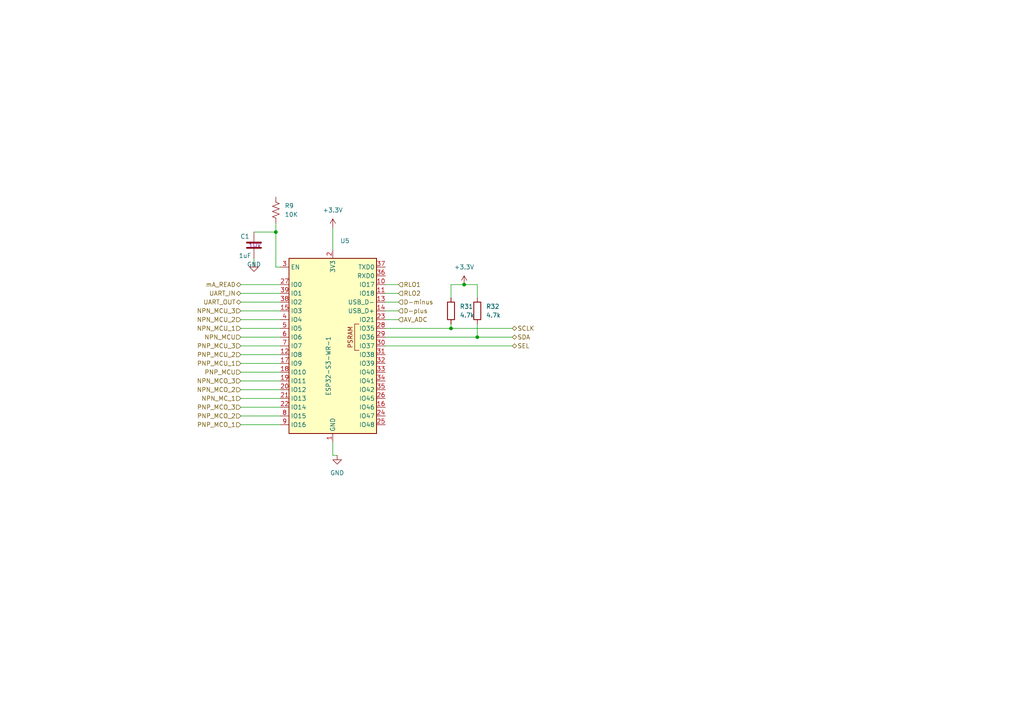
<source format=kicad_sch>
(kicad_sch
	(version 20250114)
	(generator "eeschema")
	(generator_version "9.0")
	(uuid "9f503d22-144e-4193-ab40-813cdce03861")
	(paper "A4")
	(lib_symbols
		(symbol "Device:R"
			(pin_numbers
				(hide yes)
			)
			(pin_names
				(offset 0)
			)
			(exclude_from_sim no)
			(in_bom yes)
			(on_board yes)
			(property "Reference" "R"
				(at 2.032 0 90)
				(effects
					(font
						(size 1.27 1.27)
					)
				)
			)
			(property "Value" "R"
				(at 0 0 90)
				(effects
					(font
						(size 1.27 1.27)
					)
				)
			)
			(property "Footprint" ""
				(at -1.778 0 90)
				(effects
					(font
						(size 1.27 1.27)
					)
					(hide yes)
				)
			)
			(property "Datasheet" "~"
				(at 0 0 0)
				(effects
					(font
						(size 1.27 1.27)
					)
					(hide yes)
				)
			)
			(property "Description" "Resistor"
				(at 0 0 0)
				(effects
					(font
						(size 1.27 1.27)
					)
					(hide yes)
				)
			)
			(property "ki_keywords" "R res resistor"
				(at 0 0 0)
				(effects
					(font
						(size 1.27 1.27)
					)
					(hide yes)
				)
			)
			(property "ki_fp_filters" "R_*"
				(at 0 0 0)
				(effects
					(font
						(size 1.27 1.27)
					)
					(hide yes)
				)
			)
			(symbol "R_0_1"
				(rectangle
					(start -1.016 -2.54)
					(end 1.016 2.54)
					(stroke
						(width 0.254)
						(type default)
					)
					(fill
						(type none)
					)
				)
			)
			(symbol "R_1_1"
				(pin passive line
					(at 0 3.81 270)
					(length 1.27)
					(name "~"
						(effects
							(font
								(size 1.27 1.27)
							)
						)
					)
					(number "1"
						(effects
							(font
								(size 1.27 1.27)
							)
						)
					)
				)
				(pin passive line
					(at 0 -3.81 90)
					(length 1.27)
					(name "~"
						(effects
							(font
								(size 1.27 1.27)
							)
						)
					)
					(number "2"
						(effects
							(font
								(size 1.27 1.27)
							)
						)
					)
				)
			)
			(embedded_fonts no)
		)
		(symbol "Device:R_US"
			(pin_numbers
				(hide yes)
			)
			(pin_names
				(offset 0)
			)
			(exclude_from_sim no)
			(in_bom yes)
			(on_board yes)
			(property "Reference" "R"
				(at 2.54 0 90)
				(effects
					(font
						(size 1.27 1.27)
					)
				)
			)
			(property "Value" "R_US"
				(at -2.54 0 90)
				(effects
					(font
						(size 1.27 1.27)
					)
				)
			)
			(property "Footprint" ""
				(at 1.016 -0.254 90)
				(effects
					(font
						(size 1.27 1.27)
					)
					(hide yes)
				)
			)
			(property "Datasheet" "~"
				(at 0 0 0)
				(effects
					(font
						(size 1.27 1.27)
					)
					(hide yes)
				)
			)
			(property "Description" "Resistor, US symbol"
				(at 0 0 0)
				(effects
					(font
						(size 1.27 1.27)
					)
					(hide yes)
				)
			)
			(property "ki_keywords" "R res resistor"
				(at 0 0 0)
				(effects
					(font
						(size 1.27 1.27)
					)
					(hide yes)
				)
			)
			(property "ki_fp_filters" "R_*"
				(at 0 0 0)
				(effects
					(font
						(size 1.27 1.27)
					)
					(hide yes)
				)
			)
			(symbol "R_US_0_1"
				(polyline
					(pts
						(xy 0 2.286) (xy 0 2.54)
					)
					(stroke
						(width 0)
						(type default)
					)
					(fill
						(type none)
					)
				)
				(polyline
					(pts
						(xy 0 2.286) (xy 1.016 1.905) (xy 0 1.524) (xy -1.016 1.143) (xy 0 0.762)
					)
					(stroke
						(width 0)
						(type default)
					)
					(fill
						(type none)
					)
				)
				(polyline
					(pts
						(xy 0 0.762) (xy 1.016 0.381) (xy 0 0) (xy -1.016 -0.381) (xy 0 -0.762)
					)
					(stroke
						(width 0)
						(type default)
					)
					(fill
						(type none)
					)
				)
				(polyline
					(pts
						(xy 0 -0.762) (xy 1.016 -1.143) (xy 0 -1.524) (xy -1.016 -1.905) (xy 0 -2.286)
					)
					(stroke
						(width 0)
						(type default)
					)
					(fill
						(type none)
					)
				)
				(polyline
					(pts
						(xy 0 -2.286) (xy 0 -2.54)
					)
					(stroke
						(width 0)
						(type default)
					)
					(fill
						(type none)
					)
				)
			)
			(symbol "R_US_1_1"
				(pin passive line
					(at 0 3.81 270)
					(length 1.27)
					(name "~"
						(effects
							(font
								(size 1.27 1.27)
							)
						)
					)
					(number "1"
						(effects
							(font
								(size 1.27 1.27)
							)
						)
					)
				)
				(pin passive line
					(at 0 -3.81 90)
					(length 1.27)
					(name "~"
						(effects
							(font
								(size 1.27 1.27)
							)
						)
					)
					(number "2"
						(effects
							(font
								(size 1.27 1.27)
							)
						)
					)
				)
			)
			(embedded_fonts no)
		)
		(symbol "PCM_Capacitor_AKL:C_0603"
			(pin_numbers
				(hide yes)
			)
			(pin_names
				(offset 0.254)
			)
			(exclude_from_sim no)
			(in_bom yes)
			(on_board yes)
			(property "Reference" "C"
				(at 0.635 2.54 0)
				(effects
					(font
						(size 1.27 1.27)
					)
					(justify left)
				)
			)
			(property "Value" "C_0603"
				(at 0.635 -2.54 0)
				(effects
					(font
						(size 1.27 1.27)
					)
					(justify left)
				)
			)
			(property "Footprint" "PCM_Capacitor_SMD_AKL:C_0603_1608Metric"
				(at 0.9652 -3.81 0)
				(effects
					(font
						(size 1.27 1.27)
					)
					(hide yes)
				)
			)
			(property "Datasheet" "~"
				(at 0 0 0)
				(effects
					(font
						(size 1.27 1.27)
					)
					(hide yes)
				)
			)
			(property "Description" "SMD 0603 MLCC capacitor, Alternate KiCad Library"
				(at 0 0 0)
				(effects
					(font
						(size 1.27 1.27)
					)
					(hide yes)
				)
			)
			(property "ki_keywords" "cap capacitor ceramic chip mlcc smd 0603"
				(at 0 0 0)
				(effects
					(font
						(size 1.27 1.27)
					)
					(hide yes)
				)
			)
			(property "ki_fp_filters" "C_*"
				(at 0 0 0)
				(effects
					(font
						(size 1.27 1.27)
					)
					(hide yes)
				)
			)
			(symbol "C_0603_0_1"
				(polyline
					(pts
						(xy -2.032 0.762) (xy 2.032 0.762)
					)
					(stroke
						(width 0.508)
						(type default)
					)
					(fill
						(type none)
					)
				)
				(polyline
					(pts
						(xy -2.032 -0.762) (xy 2.032 -0.762)
					)
					(stroke
						(width 0.508)
						(type default)
					)
					(fill
						(type none)
					)
				)
			)
			(symbol "C_0603_0_2"
				(polyline
					(pts
						(xy -2.54 -2.54) (xy -0.381 -0.381)
					)
					(stroke
						(width 0)
						(type default)
					)
					(fill
						(type none)
					)
				)
				(polyline
					(pts
						(xy -0.508 -0.508) (xy -1.651 0.635)
					)
					(stroke
						(width 0.508)
						(type default)
					)
					(fill
						(type none)
					)
				)
				(polyline
					(pts
						(xy -0.508 -0.508) (xy 0.635 -1.651)
					)
					(stroke
						(width 0.508)
						(type default)
					)
					(fill
						(type none)
					)
				)
				(polyline
					(pts
						(xy 0.381 0.381) (xy 2.54 2.54)
					)
					(stroke
						(width 0)
						(type default)
					)
					(fill
						(type none)
					)
				)
				(polyline
					(pts
						(xy 0.508 0.508) (xy -0.635 1.651)
					)
					(stroke
						(width 0.508)
						(type default)
					)
					(fill
						(type none)
					)
				)
				(polyline
					(pts
						(xy 0.508 0.508) (xy 1.651 -0.635)
					)
					(stroke
						(width 0.508)
						(type default)
					)
					(fill
						(type none)
					)
				)
			)
			(symbol "C_0603_1_1"
				(pin passive line
					(at 0 3.81 270)
					(length 2.794)
					(name "~"
						(effects
							(font
								(size 1.27 1.27)
							)
						)
					)
					(number "1"
						(effects
							(font
								(size 1.27 1.27)
							)
						)
					)
				)
				(pin passive line
					(at 0 -3.81 90)
					(length 2.794)
					(name "~"
						(effects
							(font
								(size 1.27 1.27)
							)
						)
					)
					(number "2"
						(effects
							(font
								(size 1.27 1.27)
							)
						)
					)
				)
			)
			(symbol "C_0603_1_2"
				(pin passive line
					(at -2.54 -2.54 90)
					(length 0)
					(name "~"
						(effects
							(font
								(size 1.27 1.27)
							)
						)
					)
					(number "2"
						(effects
							(font
								(size 1.27 1.27)
							)
						)
					)
				)
				(pin passive line
					(at 2.54 2.54 270)
					(length 0)
					(name "~"
						(effects
							(font
								(size 1.27 1.27)
							)
						)
					)
					(number "1"
						(effects
							(font
								(size 1.27 1.27)
							)
						)
					)
				)
			)
			(embedded_fonts no)
		)
		(symbol "RF_Module:ESP32-S3-WROOM-1"
			(exclude_from_sim no)
			(in_bom yes)
			(on_board yes)
			(property "Reference" "U"
				(at -12.7 26.67 0)
				(effects
					(font
						(size 1.27 1.27)
					)
				)
			)
			(property "Value" "ESP32-S3-WROOM-1"
				(at 12.7 26.67 0)
				(effects
					(font
						(size 1.27 1.27)
					)
				)
			)
			(property "Footprint" "RF_Module:ESP32-S3-WROOM-1"
				(at 0 2.54 0)
				(effects
					(font
						(size 1.27 1.27)
					)
					(hide yes)
				)
			)
			(property "Datasheet" "https://www.espressif.com/sites/default/files/documentation/esp32-s3-wroom-1_wroom-1u_datasheet_en.pdf"
				(at 0 0 0)
				(effects
					(font
						(size 1.27 1.27)
					)
					(hide yes)
				)
			)
			(property "Description" "RF Module, ESP32-S3 SoC, Wi-Fi 802.11b/g/n, Bluetooth, BLE, 32-bit, 3.3V, onboard antenna, SMD"
				(at 0 0 0)
				(effects
					(font
						(size 1.27 1.27)
					)
					(hide yes)
				)
			)
			(property "ki_keywords" "RF Radio BT ESP ESP32-S3 Espressif onboard PCB antenna"
				(at 0 0 0)
				(effects
					(font
						(size 1.27 1.27)
					)
					(hide yes)
				)
			)
			(property "ki_fp_filters" "ESP32?S3?WROOM?1*"
				(at 0 0 0)
				(effects
					(font
						(size 1.27 1.27)
					)
					(hide yes)
				)
			)
			(symbol "ESP32-S3-WROOM-1_0_0"
				(rectangle
					(start -12.7 25.4)
					(end 12.7 -25.4)
					(stroke
						(width 0.254)
						(type default)
					)
					(fill
						(type background)
					)
				)
				(text "PSRAM"
					(at 5.08 2.54 900)
					(effects
						(font
							(size 1.27 1.27)
						)
					)
				)
			)
			(symbol "ESP32-S3-WROOM-1_0_1"
				(polyline
					(pts
						(xy 7.62 -1.27) (xy 6.35 -1.27) (xy 6.35 6.35) (xy 7.62 6.35)
					)
					(stroke
						(width 0)
						(type default)
					)
					(fill
						(type none)
					)
				)
			)
			(symbol "ESP32-S3-WROOM-1_1_1"
				(pin input line
					(at -15.24 22.86 0)
					(length 2.54)
					(name "EN"
						(effects
							(font
								(size 1.27 1.27)
							)
						)
					)
					(number "3"
						(effects
							(font
								(size 1.27 1.27)
							)
						)
					)
				)
				(pin bidirectional line
					(at -15.24 17.78 0)
					(length 2.54)
					(name "IO0"
						(effects
							(font
								(size 1.27 1.27)
							)
						)
					)
					(number "27"
						(effects
							(font
								(size 1.27 1.27)
							)
						)
					)
				)
				(pin bidirectional line
					(at -15.24 15.24 0)
					(length 2.54)
					(name "IO1"
						(effects
							(font
								(size 1.27 1.27)
							)
						)
					)
					(number "39"
						(effects
							(font
								(size 1.27 1.27)
							)
						)
					)
				)
				(pin bidirectional line
					(at -15.24 12.7 0)
					(length 2.54)
					(name "IO2"
						(effects
							(font
								(size 1.27 1.27)
							)
						)
					)
					(number "38"
						(effects
							(font
								(size 1.27 1.27)
							)
						)
					)
				)
				(pin bidirectional line
					(at -15.24 10.16 0)
					(length 2.54)
					(name "IO3"
						(effects
							(font
								(size 1.27 1.27)
							)
						)
					)
					(number "15"
						(effects
							(font
								(size 1.27 1.27)
							)
						)
					)
				)
				(pin bidirectional line
					(at -15.24 7.62 0)
					(length 2.54)
					(name "IO4"
						(effects
							(font
								(size 1.27 1.27)
							)
						)
					)
					(number "4"
						(effects
							(font
								(size 1.27 1.27)
							)
						)
					)
				)
				(pin bidirectional line
					(at -15.24 5.08 0)
					(length 2.54)
					(name "IO5"
						(effects
							(font
								(size 1.27 1.27)
							)
						)
					)
					(number "5"
						(effects
							(font
								(size 1.27 1.27)
							)
						)
					)
				)
				(pin bidirectional line
					(at -15.24 2.54 0)
					(length 2.54)
					(name "IO6"
						(effects
							(font
								(size 1.27 1.27)
							)
						)
					)
					(number "6"
						(effects
							(font
								(size 1.27 1.27)
							)
						)
					)
				)
				(pin bidirectional line
					(at -15.24 0 0)
					(length 2.54)
					(name "IO7"
						(effects
							(font
								(size 1.27 1.27)
							)
						)
					)
					(number "7"
						(effects
							(font
								(size 1.27 1.27)
							)
						)
					)
				)
				(pin bidirectional line
					(at -15.24 -2.54 0)
					(length 2.54)
					(name "IO8"
						(effects
							(font
								(size 1.27 1.27)
							)
						)
					)
					(number "12"
						(effects
							(font
								(size 1.27 1.27)
							)
						)
					)
				)
				(pin bidirectional line
					(at -15.24 -5.08 0)
					(length 2.54)
					(name "IO9"
						(effects
							(font
								(size 1.27 1.27)
							)
						)
					)
					(number "17"
						(effects
							(font
								(size 1.27 1.27)
							)
						)
					)
				)
				(pin bidirectional line
					(at -15.24 -7.62 0)
					(length 2.54)
					(name "IO10"
						(effects
							(font
								(size 1.27 1.27)
							)
						)
					)
					(number "18"
						(effects
							(font
								(size 1.27 1.27)
							)
						)
					)
				)
				(pin bidirectional line
					(at -15.24 -10.16 0)
					(length 2.54)
					(name "IO11"
						(effects
							(font
								(size 1.27 1.27)
							)
						)
					)
					(number "19"
						(effects
							(font
								(size 1.27 1.27)
							)
						)
					)
				)
				(pin bidirectional line
					(at -15.24 -12.7 0)
					(length 2.54)
					(name "IO12"
						(effects
							(font
								(size 1.27 1.27)
							)
						)
					)
					(number "20"
						(effects
							(font
								(size 1.27 1.27)
							)
						)
					)
				)
				(pin bidirectional line
					(at -15.24 -15.24 0)
					(length 2.54)
					(name "IO13"
						(effects
							(font
								(size 1.27 1.27)
							)
						)
					)
					(number "21"
						(effects
							(font
								(size 1.27 1.27)
							)
						)
					)
				)
				(pin bidirectional line
					(at -15.24 -17.78 0)
					(length 2.54)
					(name "IO14"
						(effects
							(font
								(size 1.27 1.27)
							)
						)
					)
					(number "22"
						(effects
							(font
								(size 1.27 1.27)
							)
						)
					)
				)
				(pin bidirectional line
					(at -15.24 -20.32 0)
					(length 2.54)
					(name "IO15"
						(effects
							(font
								(size 1.27 1.27)
							)
						)
					)
					(number "8"
						(effects
							(font
								(size 1.27 1.27)
							)
						)
					)
				)
				(pin bidirectional line
					(at -15.24 -22.86 0)
					(length 2.54)
					(name "IO16"
						(effects
							(font
								(size 1.27 1.27)
							)
						)
					)
					(number "9"
						(effects
							(font
								(size 1.27 1.27)
							)
						)
					)
				)
				(pin power_in line
					(at 0 27.94 270)
					(length 2.54)
					(name "3V3"
						(effects
							(font
								(size 1.27 1.27)
							)
						)
					)
					(number "2"
						(effects
							(font
								(size 1.27 1.27)
							)
						)
					)
				)
				(pin power_in line
					(at 0 -27.94 90)
					(length 2.54)
					(name "GND"
						(effects
							(font
								(size 1.27 1.27)
							)
						)
					)
					(number "1"
						(effects
							(font
								(size 1.27 1.27)
							)
						)
					)
				)
				(pin passive line
					(at 0 -27.94 90)
					(length 2.54)
					(hide yes)
					(name "GND"
						(effects
							(font
								(size 1.27 1.27)
							)
						)
					)
					(number "40"
						(effects
							(font
								(size 1.27 1.27)
							)
						)
					)
				)
				(pin passive line
					(at 0 -27.94 90)
					(length 2.54)
					(hide yes)
					(name "GND"
						(effects
							(font
								(size 1.27 1.27)
							)
						)
					)
					(number "41"
						(effects
							(font
								(size 1.27 1.27)
							)
						)
					)
				)
				(pin bidirectional line
					(at 15.24 22.86 180)
					(length 2.54)
					(name "TXD0"
						(effects
							(font
								(size 1.27 1.27)
							)
						)
					)
					(number "37"
						(effects
							(font
								(size 1.27 1.27)
							)
						)
					)
				)
				(pin bidirectional line
					(at 15.24 20.32 180)
					(length 2.54)
					(name "RXD0"
						(effects
							(font
								(size 1.27 1.27)
							)
						)
					)
					(number "36"
						(effects
							(font
								(size 1.27 1.27)
							)
						)
					)
				)
				(pin bidirectional line
					(at 15.24 17.78 180)
					(length 2.54)
					(name "IO17"
						(effects
							(font
								(size 1.27 1.27)
							)
						)
					)
					(number "10"
						(effects
							(font
								(size 1.27 1.27)
							)
						)
					)
				)
				(pin bidirectional line
					(at 15.24 15.24 180)
					(length 2.54)
					(name "IO18"
						(effects
							(font
								(size 1.27 1.27)
							)
						)
					)
					(number "11"
						(effects
							(font
								(size 1.27 1.27)
							)
						)
					)
				)
				(pin bidirectional line
					(at 15.24 12.7 180)
					(length 2.54)
					(name "USB_D-"
						(effects
							(font
								(size 1.27 1.27)
							)
						)
					)
					(number "13"
						(effects
							(font
								(size 1.27 1.27)
							)
						)
					)
					(alternate "IO19" bidirectional line)
				)
				(pin bidirectional line
					(at 15.24 10.16 180)
					(length 2.54)
					(name "USB_D+"
						(effects
							(font
								(size 1.27 1.27)
							)
						)
					)
					(number "14"
						(effects
							(font
								(size 1.27 1.27)
							)
						)
					)
					(alternate "IO20" bidirectional line)
				)
				(pin bidirectional line
					(at 15.24 7.62 180)
					(length 2.54)
					(name "IO21"
						(effects
							(font
								(size 1.27 1.27)
							)
						)
					)
					(number "23"
						(effects
							(font
								(size 1.27 1.27)
							)
						)
					)
				)
				(pin bidirectional line
					(at 15.24 5.08 180)
					(length 2.54)
					(name "IO35"
						(effects
							(font
								(size 1.27 1.27)
							)
						)
					)
					(number "28"
						(effects
							(font
								(size 1.27 1.27)
							)
						)
					)
				)
				(pin bidirectional line
					(at 15.24 2.54 180)
					(length 2.54)
					(name "IO36"
						(effects
							(font
								(size 1.27 1.27)
							)
						)
					)
					(number "29"
						(effects
							(font
								(size 1.27 1.27)
							)
						)
					)
				)
				(pin bidirectional line
					(at 15.24 0 180)
					(length 2.54)
					(name "IO37"
						(effects
							(font
								(size 1.27 1.27)
							)
						)
					)
					(number "30"
						(effects
							(font
								(size 1.27 1.27)
							)
						)
					)
				)
				(pin bidirectional line
					(at 15.24 -2.54 180)
					(length 2.54)
					(name "IO38"
						(effects
							(font
								(size 1.27 1.27)
							)
						)
					)
					(number "31"
						(effects
							(font
								(size 1.27 1.27)
							)
						)
					)
				)
				(pin bidirectional line
					(at 15.24 -5.08 180)
					(length 2.54)
					(name "IO39"
						(effects
							(font
								(size 1.27 1.27)
							)
						)
					)
					(number "32"
						(effects
							(font
								(size 1.27 1.27)
							)
						)
					)
				)
				(pin bidirectional line
					(at 15.24 -7.62 180)
					(length 2.54)
					(name "IO40"
						(effects
							(font
								(size 1.27 1.27)
							)
						)
					)
					(number "33"
						(effects
							(font
								(size 1.27 1.27)
							)
						)
					)
				)
				(pin bidirectional line
					(at 15.24 -10.16 180)
					(length 2.54)
					(name "IO41"
						(effects
							(font
								(size 1.27 1.27)
							)
						)
					)
					(number "34"
						(effects
							(font
								(size 1.27 1.27)
							)
						)
					)
				)
				(pin bidirectional line
					(at 15.24 -12.7 180)
					(length 2.54)
					(name "IO42"
						(effects
							(font
								(size 1.27 1.27)
							)
						)
					)
					(number "35"
						(effects
							(font
								(size 1.27 1.27)
							)
						)
					)
				)
				(pin bidirectional line
					(at 15.24 -15.24 180)
					(length 2.54)
					(name "IO45"
						(effects
							(font
								(size 1.27 1.27)
							)
						)
					)
					(number "26"
						(effects
							(font
								(size 1.27 1.27)
							)
						)
					)
				)
				(pin bidirectional line
					(at 15.24 -17.78 180)
					(length 2.54)
					(name "IO46"
						(effects
							(font
								(size 1.27 1.27)
							)
						)
					)
					(number "16"
						(effects
							(font
								(size 1.27 1.27)
							)
						)
					)
				)
				(pin bidirectional line
					(at 15.24 -20.32 180)
					(length 2.54)
					(name "IO47"
						(effects
							(font
								(size 1.27 1.27)
							)
						)
					)
					(number "24"
						(effects
							(font
								(size 1.27 1.27)
							)
						)
					)
				)
				(pin bidirectional line
					(at 15.24 -22.86 180)
					(length 2.54)
					(name "IO48"
						(effects
							(font
								(size 1.27 1.27)
							)
						)
					)
					(number "25"
						(effects
							(font
								(size 1.27 1.27)
							)
						)
					)
				)
			)
			(embedded_fonts no)
		)
		(symbol "power:+3.3V"
			(power)
			(pin_numbers
				(hide yes)
			)
			(pin_names
				(offset 0)
				(hide yes)
			)
			(exclude_from_sim no)
			(in_bom yes)
			(on_board yes)
			(property "Reference" "#PWR"
				(at 0 -3.81 0)
				(effects
					(font
						(size 1.27 1.27)
					)
					(hide yes)
				)
			)
			(property "Value" "+3.3V"
				(at 0 3.556 0)
				(effects
					(font
						(size 1.27 1.27)
					)
				)
			)
			(property "Footprint" ""
				(at 0 0 0)
				(effects
					(font
						(size 1.27 1.27)
					)
					(hide yes)
				)
			)
			(property "Datasheet" ""
				(at 0 0 0)
				(effects
					(font
						(size 1.27 1.27)
					)
					(hide yes)
				)
			)
			(property "Description" "Power symbol creates a global label with name \"+3.3V\""
				(at 0 0 0)
				(effects
					(font
						(size 1.27 1.27)
					)
					(hide yes)
				)
			)
			(property "ki_keywords" "global power"
				(at 0 0 0)
				(effects
					(font
						(size 1.27 1.27)
					)
					(hide yes)
				)
			)
			(symbol "+3.3V_0_1"
				(polyline
					(pts
						(xy -0.762 1.27) (xy 0 2.54)
					)
					(stroke
						(width 0)
						(type default)
					)
					(fill
						(type none)
					)
				)
				(polyline
					(pts
						(xy 0 2.54) (xy 0.762 1.27)
					)
					(stroke
						(width 0)
						(type default)
					)
					(fill
						(type none)
					)
				)
				(polyline
					(pts
						(xy 0 0) (xy 0 2.54)
					)
					(stroke
						(width 0)
						(type default)
					)
					(fill
						(type none)
					)
				)
			)
			(symbol "+3.3V_1_1"
				(pin power_in line
					(at 0 0 90)
					(length 0)
					(name "~"
						(effects
							(font
								(size 1.27 1.27)
							)
						)
					)
					(number "1"
						(effects
							(font
								(size 1.27 1.27)
							)
						)
					)
				)
			)
			(embedded_fonts no)
		)
		(symbol "power:GND"
			(power)
			(pin_numbers
				(hide yes)
			)
			(pin_names
				(offset 0)
				(hide yes)
			)
			(exclude_from_sim no)
			(in_bom yes)
			(on_board yes)
			(property "Reference" "#PWR"
				(at 0 -6.35 0)
				(effects
					(font
						(size 1.27 1.27)
					)
					(hide yes)
				)
			)
			(property "Value" "GND"
				(at 0 -3.81 0)
				(effects
					(font
						(size 1.27 1.27)
					)
				)
			)
			(property "Footprint" ""
				(at 0 0 0)
				(effects
					(font
						(size 1.27 1.27)
					)
					(hide yes)
				)
			)
			(property "Datasheet" ""
				(at 0 0 0)
				(effects
					(font
						(size 1.27 1.27)
					)
					(hide yes)
				)
			)
			(property "Description" "Power symbol creates a global label with name \"GND\" , ground"
				(at 0 0 0)
				(effects
					(font
						(size 1.27 1.27)
					)
					(hide yes)
				)
			)
			(property "ki_keywords" "global power"
				(at 0 0 0)
				(effects
					(font
						(size 1.27 1.27)
					)
					(hide yes)
				)
			)
			(symbol "GND_0_1"
				(polyline
					(pts
						(xy 0 0) (xy 0 -1.27) (xy 1.27 -1.27) (xy 0 -2.54) (xy -1.27 -1.27) (xy 0 -1.27)
					)
					(stroke
						(width 0)
						(type default)
					)
					(fill
						(type none)
					)
				)
			)
			(symbol "GND_1_1"
				(pin power_in line
					(at 0 0 270)
					(length 0)
					(name "~"
						(effects
							(font
								(size 1.27 1.27)
							)
						)
					)
					(number "1"
						(effects
							(font
								(size 1.27 1.27)
							)
						)
					)
				)
			)
			(embedded_fonts no)
		)
	)
	(junction
		(at 134.62 82.55)
		(diameter 0)
		(color 0 0 0 0)
		(uuid "0014b4fb-6fc3-4adc-9e50-38445721cb15")
	)
	(junction
		(at 130.81 95.25)
		(diameter 0)
		(color 0 0 0 0)
		(uuid "2c17d33d-1186-45a1-a45f-ad7d05cbfdc0")
	)
	(junction
		(at 80.01 67.31)
		(diameter 0)
		(color 0 0 0 0)
		(uuid "94861c5b-dfdb-4901-aec6-2125c257458e")
	)
	(junction
		(at 138.43 97.79)
		(diameter 0)
		(color 0 0 0 0)
		(uuid "f92971e7-6a8e-4867-b186-c80b515715e2")
	)
	(wire
		(pts
			(xy 80.01 67.31) (xy 80.01 77.47)
		)
		(stroke
			(width 0)
			(type default)
		)
		(uuid "04a721a9-e378-46a5-91b8-a72bb3a07669")
	)
	(wire
		(pts
			(xy 69.85 82.55) (xy 81.28 82.55)
		)
		(stroke
			(width 0)
			(type default)
		)
		(uuid "0556ee60-8d33-40e9-9ae3-1a25e91a1ef8")
	)
	(wire
		(pts
			(xy 111.76 90.17) (xy 115.57 90.17)
		)
		(stroke
			(width 0)
			(type default)
		)
		(uuid "14f8825c-922d-401b-aa5a-a8f685cc8ecb")
	)
	(wire
		(pts
			(xy 69.85 120.65) (xy 81.28 120.65)
		)
		(stroke
			(width 0)
			(type default)
		)
		(uuid "1a48742d-f532-4690-86e1-6a0f61895f1b")
	)
	(wire
		(pts
			(xy 69.85 110.49) (xy 81.28 110.49)
		)
		(stroke
			(width 0)
			(type default)
		)
		(uuid "24c5b936-9168-43db-9df8-5db1842981ab")
	)
	(wire
		(pts
			(xy 69.85 85.09) (xy 81.28 85.09)
		)
		(stroke
			(width 0)
			(type default)
		)
		(uuid "275e9aa6-4f4d-43b2-a7be-d47d25fe288f")
	)
	(wire
		(pts
			(xy 111.76 97.79) (xy 138.43 97.79)
		)
		(stroke
			(width 0)
			(type default)
		)
		(uuid "2954da5e-1cfc-4bf7-808a-ae82ee379549")
	)
	(wire
		(pts
			(xy 69.85 105.41) (xy 81.28 105.41)
		)
		(stroke
			(width 0)
			(type default)
		)
		(uuid "3013f65b-7fb4-4172-9a63-73589f146007")
	)
	(wire
		(pts
			(xy 115.57 92.71) (xy 111.76 92.71)
		)
		(stroke
			(width 0)
			(type default)
		)
		(uuid "4328a82d-02bc-4897-8276-45a1f91c7ad4")
	)
	(wire
		(pts
			(xy 138.43 93.98) (xy 138.43 97.79)
		)
		(stroke
			(width 0)
			(type default)
		)
		(uuid "4693fb6b-c5db-44ad-a6a1-6c7d60903d65")
	)
	(wire
		(pts
			(xy 130.81 93.98) (xy 130.81 95.25)
		)
		(stroke
			(width 0)
			(type default)
		)
		(uuid "4a31cf75-c16e-4882-98d2-0318e499447e")
	)
	(wire
		(pts
			(xy 80.01 64.77) (xy 80.01 67.31)
		)
		(stroke
			(width 0)
			(type default)
		)
		(uuid "54caa0c5-7fd7-4ae7-b251-15d07672ac7e")
	)
	(wire
		(pts
			(xy 115.57 85.09) (xy 111.76 85.09)
		)
		(stroke
			(width 0)
			(type default)
		)
		(uuid "5de7ee8d-b0c6-47ea-856b-5a9c8c75ca2f")
	)
	(wire
		(pts
			(xy 69.85 100.33) (xy 81.28 100.33)
		)
		(stroke
			(width 0)
			(type default)
		)
		(uuid "5e1620f8-c5ea-4db0-a909-46e64cb0d488")
	)
	(wire
		(pts
			(xy 69.85 107.95) (xy 81.28 107.95)
		)
		(stroke
			(width 0)
			(type default)
		)
		(uuid "5f5c1b89-fe47-420f-bb2a-67cdf47ec7aa")
	)
	(wire
		(pts
			(xy 134.62 82.55) (xy 138.43 82.55)
		)
		(stroke
			(width 0)
			(type default)
		)
		(uuid "6433e8f3-2eff-4942-9bb1-a30620cd0f22")
	)
	(wire
		(pts
			(xy 138.43 97.79) (xy 148.59 97.79)
		)
		(stroke
			(width 0)
			(type default)
		)
		(uuid "676c5cd0-1272-483a-8b8d-048a07726c5e")
	)
	(wire
		(pts
			(xy 69.85 113.03) (xy 81.28 113.03)
		)
		(stroke
			(width 0)
			(type default)
		)
		(uuid "6ff05734-5e3e-428b-960d-a73db9766a58")
	)
	(wire
		(pts
			(xy 80.01 77.47) (xy 81.28 77.47)
		)
		(stroke
			(width 0)
			(type default)
		)
		(uuid "7317f91c-1d25-4990-a7b4-c1590f6eca8d")
	)
	(wire
		(pts
			(xy 69.85 115.57) (xy 81.28 115.57)
		)
		(stroke
			(width 0)
			(type default)
		)
		(uuid "7a45ebef-5c50-410f-b122-f944f354f6ec")
	)
	(wire
		(pts
			(xy 73.66 74.93) (xy 73.66 76.2)
		)
		(stroke
			(width 0)
			(type default)
		)
		(uuid "7de1f6fc-39cb-48bc-bba3-1ca490f6b6be")
	)
	(wire
		(pts
			(xy 73.66 67.31) (xy 80.01 67.31)
		)
		(stroke
			(width 0)
			(type default)
		)
		(uuid "7e7f5b3c-9146-4642-a347-4efeca08a21b")
	)
	(wire
		(pts
			(xy 96.52 132.08) (xy 97.79 132.08)
		)
		(stroke
			(width 0)
			(type default)
		)
		(uuid "93775f20-7caf-4d51-b9db-1ca78578d184")
	)
	(wire
		(pts
			(xy 69.85 95.25) (xy 81.28 95.25)
		)
		(stroke
			(width 0)
			(type default)
		)
		(uuid "9bb2da9b-f310-4241-9975-4e94723b8c91")
	)
	(wire
		(pts
			(xy 130.81 86.36) (xy 130.81 82.55)
		)
		(stroke
			(width 0)
			(type default)
		)
		(uuid "9ee90213-7555-487a-b517-400a1a459b8f")
	)
	(wire
		(pts
			(xy 69.85 97.79) (xy 81.28 97.79)
		)
		(stroke
			(width 0)
			(type default)
		)
		(uuid "a0d4723c-ed40-4b83-ae9c-e2d77a282b2e")
	)
	(wire
		(pts
			(xy 111.76 87.63) (xy 115.57 87.63)
		)
		(stroke
			(width 0)
			(type default)
		)
		(uuid "a2be99db-a499-42a2-8140-281d2c8feb2e")
	)
	(wire
		(pts
			(xy 148.59 100.33) (xy 111.76 100.33)
		)
		(stroke
			(width 0)
			(type default)
		)
		(uuid "aa82995c-4389-4641-9093-3512d3965af3")
	)
	(wire
		(pts
			(xy 96.52 128.27) (xy 96.52 132.08)
		)
		(stroke
			(width 0)
			(type default)
		)
		(uuid "aeb6aa96-b969-4733-9a12-21cc03506ee5")
	)
	(wire
		(pts
			(xy 69.85 102.87) (xy 81.28 102.87)
		)
		(stroke
			(width 0)
			(type default)
		)
		(uuid "b026dce9-8688-49b7-afbd-1ce9137b7029")
	)
	(wire
		(pts
			(xy 130.81 95.25) (xy 148.59 95.25)
		)
		(stroke
			(width 0)
			(type default)
		)
		(uuid "b47131ac-3574-426a-87df-3c5a2bfc1ec7")
	)
	(wire
		(pts
			(xy 111.76 95.25) (xy 130.81 95.25)
		)
		(stroke
			(width 0)
			(type default)
		)
		(uuid "c59b8e34-821a-4e30-a4a8-5db7105991b8")
	)
	(wire
		(pts
			(xy 69.85 87.63) (xy 81.28 87.63)
		)
		(stroke
			(width 0)
			(type default)
		)
		(uuid "c953119c-ecbe-4045-a882-9a09989bbfc4")
	)
	(wire
		(pts
			(xy 69.85 123.19) (xy 81.28 123.19)
		)
		(stroke
			(width 0)
			(type default)
		)
		(uuid "c9c554a3-79ed-4df5-8069-9297eb133de0")
	)
	(wire
		(pts
			(xy 69.85 118.11) (xy 81.28 118.11)
		)
		(stroke
			(width 0)
			(type default)
		)
		(uuid "cab6230d-36d2-4c0c-bb21-ae1822a5d828")
	)
	(wire
		(pts
			(xy 96.52 66.04) (xy 96.52 72.39)
		)
		(stroke
			(width 0)
			(type default)
		)
		(uuid "cc738eed-99b9-4117-a6f1-fd17d2bd0948")
	)
	(wire
		(pts
			(xy 138.43 86.36) (xy 138.43 82.55)
		)
		(stroke
			(width 0)
			(type default)
		)
		(uuid "d41bab4f-44bc-433b-bc6f-6532112efd1f")
	)
	(wire
		(pts
			(xy 69.85 90.17) (xy 81.28 90.17)
		)
		(stroke
			(width 0)
			(type default)
		)
		(uuid "e872c138-eab3-421c-9e6d-602ffee18123")
	)
	(wire
		(pts
			(xy 69.85 92.71) (xy 81.28 92.71)
		)
		(stroke
			(width 0)
			(type default)
		)
		(uuid "e8a1f020-c83c-486e-868d-ae9b609575a8")
	)
	(wire
		(pts
			(xy 115.57 82.55) (xy 111.76 82.55)
		)
		(stroke
			(width 0)
			(type default)
		)
		(uuid "f376b2e1-18c8-4ab1-941a-e477e39614ef")
	)
	(wire
		(pts
			(xy 130.81 82.55) (xy 134.62 82.55)
		)
		(stroke
			(width 0)
			(type default)
		)
		(uuid "f8b0445c-60fc-413a-b877-ec709c817949")
	)
	(hierarchical_label "NPN_MCU_3"
		(shape input)
		(at 69.85 90.17 180)
		(effects
			(font
				(size 1.27 1.27)
			)
			(justify right)
		)
		(uuid "0f2fde9b-0bc7-4407-93bf-0f9f42d7b844")
	)
	(hierarchical_label "NPN_MCU"
		(shape input)
		(at 69.85 97.79 180)
		(effects
			(font
				(size 1.27 1.27)
			)
			(justify right)
		)
		(uuid "124142b4-5547-4e2b-902b-b2460c9f1cad")
	)
	(hierarchical_label "D-minus"
		(shape input)
		(at 115.57 87.63 0)
		(effects
			(font
				(size 1.27 1.27)
			)
			(justify left)
		)
		(uuid "1711177b-7681-445f-9008-5fe045993c18")
	)
	(hierarchical_label "NPN_MCO_3"
		(shape input)
		(at 69.85 110.49 180)
		(effects
			(font
				(size 1.27 1.27)
			)
			(justify right)
		)
		(uuid "1e8503f0-651d-4e23-a56c-aeb8ef2ba327")
	)
	(hierarchical_label "PNP_MCU"
		(shape input)
		(at 69.85 107.95 180)
		(effects
			(font
				(size 1.27 1.27)
			)
			(justify right)
		)
		(uuid "29f87ab9-d7af-482e-8fb8-a2c837f3f455")
	)
	(hierarchical_label "RLO1"
		(shape input)
		(at 115.57 82.55 0)
		(effects
			(font
				(size 1.27 1.27)
			)
			(justify left)
		)
		(uuid "2ba820e5-2e17-4dcb-9c29-87c43c471efe")
	)
	(hierarchical_label "NPN_MCU_2"
		(shape input)
		(at 69.85 92.71 180)
		(effects
			(font
				(size 1.27 1.27)
			)
			(justify right)
		)
		(uuid "2f42eb37-22f4-44bb-bedc-3041b8fa883f")
	)
	(hierarchical_label "mA_READ"
		(shape bidirectional)
		(at 69.85 82.55 180)
		(effects
			(font
				(size 1.27 1.27)
			)
			(justify right)
		)
		(uuid "39edd4c1-c6d9-4e47-9900-522ada0235ae")
	)
	(hierarchical_label "RLO2"
		(shape input)
		(at 115.57 85.09 0)
		(effects
			(font
				(size 1.27 1.27)
			)
			(justify left)
		)
		(uuid "3ae8a6e0-2b38-4903-98e4-3c7410db3bc6")
	)
	(hierarchical_label "SDA"
		(shape bidirectional)
		(at 148.59 97.79 0)
		(effects
			(font
				(size 1.27 1.27)
			)
			(justify left)
		)
		(uuid "40b6b997-3de5-4e38-b83e-cb0e24691262")
	)
	(hierarchical_label "NPN_MCO_2"
		(shape input)
		(at 69.85 113.03 180)
		(effects
			(font
				(size 1.27 1.27)
			)
			(justify right)
		)
		(uuid "47c2bd01-6403-4239-80c8-7919fb03ac0a")
	)
	(hierarchical_label "AV_ADC"
		(shape input)
		(at 115.57 92.71 0)
		(effects
			(font
				(size 1.27 1.27)
			)
			(justify left)
		)
		(uuid "5eece663-029e-47a2-ac9c-e761a40f719a")
	)
	(hierarchical_label "UART_IN"
		(shape bidirectional)
		(at 69.85 85.09 180)
		(effects
			(font
				(size 1.27 1.27)
			)
			(justify right)
		)
		(uuid "794aad26-8e04-4f77-b2de-e461b3f88808")
	)
	(hierarchical_label "D-plus"
		(shape input)
		(at 115.57 90.17 0)
		(effects
			(font
				(size 1.27 1.27)
			)
			(justify left)
		)
		(uuid "7c46a75f-ad34-453d-ac35-4115041d2441")
	)
	(hierarchical_label "SCLK"
		(shape bidirectional)
		(at 148.59 95.25 0)
		(effects
			(font
				(size 1.27 1.27)
			)
			(justify left)
		)
		(uuid "8fcd5744-14d7-472d-9a95-8f2d76495d29")
	)
	(hierarchical_label "PNP_MCO_1"
		(shape input)
		(at 69.85 123.19 180)
		(effects
			(font
				(size 1.27 1.27)
			)
			(justify right)
		)
		(uuid "9737b20a-b14c-4e64-8e9a-d705dbf55263")
	)
	(hierarchical_label "UART_OUT"
		(shape bidirectional)
		(at 69.85 87.63 180)
		(effects
			(font
				(size 1.27 1.27)
			)
			(justify right)
		)
		(uuid "ad06d925-69e4-4d7f-bdaf-65c923fadf59")
	)
	(hierarchical_label "PNP_MCU_1"
		(shape input)
		(at 69.85 105.41 180)
		(effects
			(font
				(size 1.27 1.27)
			)
			(justify right)
		)
		(uuid "b5531887-181e-442f-8f7e-fcc1d2ad27c1")
	)
	(hierarchical_label "NPN_MC_1"
		(shape input)
		(at 69.85 115.57 180)
		(effects
			(font
				(size 1.27 1.27)
			)
			(justify right)
		)
		(uuid "c5eeec3d-3469-423b-82db-859c4a4c2231")
	)
	(hierarchical_label "SEL"
		(shape bidirectional)
		(at 148.59 100.33 0)
		(effects
			(font
				(size 1.27 1.27)
			)
			(justify left)
		)
		(uuid "c68a3291-8d6b-499b-a3d2-78d5932b29d4")
	)
	(hierarchical_label "NPN_MCU_1"
		(shape input)
		(at 69.85 95.25 180)
		(effects
			(font
				(size 1.27 1.27)
			)
			(justify right)
		)
		(uuid "c870dd5d-ee7a-455c-8c16-e6a78f6b1f43")
	)
	(hierarchical_label "PNP_MCO_3"
		(shape input)
		(at 69.85 118.11 180)
		(effects
			(font
				(size 1.27 1.27)
			)
			(justify right)
		)
		(uuid "e9d42f93-1c8a-4968-aed9-a7546d0f6ae1")
	)
	(hierarchical_label "PNP_MCU_2"
		(shape input)
		(at 69.85 102.87 180)
		(effects
			(font
				(size 1.27 1.27)
			)
			(justify right)
		)
		(uuid "ed1ca475-77ec-47ab-96ed-7c84247bd8e4")
	)
	(hierarchical_label "PNP_MCU_3"
		(shape input)
		(at 69.85 100.33 180)
		(effects
			(font
				(size 1.27 1.27)
			)
			(justify right)
		)
		(uuid "fa99f8ed-1fd9-4387-8e8d-39db5cba891d")
	)
	(hierarchical_label "PNP_MCO_2"
		(shape input)
		(at 69.85 120.65 180)
		(effects
			(font
				(size 1.27 1.27)
			)
			(justify right)
		)
		(uuid "fc9fc252-7fd1-42d5-85de-1533fdac003c")
	)
	(symbol
		(lib_id "PCM_Capacitor_AKL:C_0603")
		(at 73.66 71.12 0)
		(mirror y)
		(unit 1)
		(exclude_from_sim no)
		(in_bom yes)
		(on_board yes)
		(dnp no)
		(uuid "26721d1e-86cb-49d2-995f-d8ea87ba7fc7")
		(property "Reference" "C1"
			(at 72.39 68.58 0)
			(effects
				(font
					(size 1.27 1.27)
				)
				(justify left)
			)
		)
		(property "Value" "1uF"
			(at 72.898 74.168 0)
			(effects
				(font
					(size 1.27 1.27)
				)
				(justify left)
			)
		)
		(property "Footprint" "Capacitor_SMD:C_1206_3216Metric_Pad1.33x1.80mm_HandSolder"
			(at 72.6948 74.93 0)
			(effects
				(font
					(size 1.27 1.27)
				)
				(hide yes)
			)
		)
		(property "Datasheet" "~"
			(at 73.66 71.12 0)
			(effects
				(font
					(size 1.27 1.27)
				)
				(hide yes)
			)
		)
		(property "Description" "SMD 0603 MLCC capacitor, Alternate KiCad Library"
			(at 73.66 71.12 0)
			(effects
				(font
					(size 1.27 1.27)
				)
				(hide yes)
			)
		)
		(property "VOL" "10V"
			(at 73.914 71.12 0)
			(effects
				(font
					(size 1.27 1.27)
				)
			)
		)
		(property "Field6" ""
			(at 73.66 71.12 0)
			(effects
				(font
					(size 1.27 1.27)
				)
				(hide yes)
			)
		)
		(pin "1"
			(uuid "1d889963-47d4-4e2a-8dc4-5c836a7bc87c")
		)
		(pin "2"
			(uuid "3b40ad77-d442-4193-b09f-17d8398d6bbb")
		)
		(instances
			(project "PLC4UNI_Dev_Board_1.0"
				(path "/7bd5389b-bffc-4135-b1d3-55f66ca2af6c/1bf8075e-2497-4c67-94ff-37c12dd48c4f"
					(reference "C1")
					(unit 1)
				)
			)
		)
	)
	(symbol
		(lib_id "Device:R")
		(at 138.43 90.17 0)
		(unit 1)
		(exclude_from_sim no)
		(in_bom yes)
		(on_board yes)
		(dnp no)
		(fields_autoplaced yes)
		(uuid "310584c7-daa4-474f-8914-06a8dd64a32a")
		(property "Reference" "R32"
			(at 140.97 88.8999 0)
			(effects
				(font
					(size 1.27 1.27)
				)
				(justify left)
			)
		)
		(property "Value" "4.7k"
			(at 140.97 91.4399 0)
			(effects
				(font
					(size 1.27 1.27)
				)
				(justify left)
			)
		)
		(property "Footprint" "Resistor_SMD:R_0603_1608Metric"
			(at 136.652 90.17 90)
			(effects
				(font
					(size 1.27 1.27)
				)
				(hide yes)
			)
		)
		(property "Datasheet" "~"
			(at 138.43 90.17 0)
			(effects
				(font
					(size 1.27 1.27)
				)
				(hide yes)
			)
		)
		(property "Description" "Resistor"
			(at 138.43 90.17 0)
			(effects
				(font
					(size 1.27 1.27)
				)
				(hide yes)
			)
		)
		(pin "2"
			(uuid "ad233c1d-444f-468f-9dd2-dc23ba813ab5")
		)
		(pin "1"
			(uuid "f8dae1ef-f89d-449a-a484-a22f4adb75f5")
		)
		(instances
			(project "PLC4UNI_Dev_Board_1.0"
				(path "/7bd5389b-bffc-4135-b1d3-55f66ca2af6c/1bf8075e-2497-4c67-94ff-37c12dd48c4f"
					(reference "R32")
					(unit 1)
				)
			)
		)
	)
	(symbol
		(lib_id "power:GND")
		(at 97.79 132.08 0)
		(unit 1)
		(exclude_from_sim no)
		(in_bom yes)
		(on_board yes)
		(dnp no)
		(fields_autoplaced yes)
		(uuid "41a636a2-ada9-4095-98f6-5d084d0a7ef3")
		(property "Reference" "#PWR015"
			(at 97.79 138.43 0)
			(effects
				(font
					(size 1.27 1.27)
				)
				(hide yes)
			)
		)
		(property "Value" "GND"
			(at 97.79 137.16 0)
			(effects
				(font
					(size 1.27 1.27)
				)
			)
		)
		(property "Footprint" ""
			(at 97.79 132.08 0)
			(effects
				(font
					(size 1.27 1.27)
				)
				(hide yes)
			)
		)
		(property "Datasheet" ""
			(at 97.79 132.08 0)
			(effects
				(font
					(size 1.27 1.27)
				)
				(hide yes)
			)
		)
		(property "Description" "Power symbol creates a global label with name \"GND\" , ground"
			(at 97.79 132.08 0)
			(effects
				(font
					(size 1.27 1.27)
				)
				(hide yes)
			)
		)
		(pin "1"
			(uuid "7210c5ce-cb40-4eb5-8b00-20cc66c486ed")
		)
		(instances
			(project "PLC4UNI_Dev_Board_1.0"
				(path "/7bd5389b-bffc-4135-b1d3-55f66ca2af6c/1bf8075e-2497-4c67-94ff-37c12dd48c4f"
					(reference "#PWR015")
					(unit 1)
				)
			)
		)
	)
	(symbol
		(lib_id "Device:R_US")
		(at 80.01 60.96 0)
		(unit 1)
		(exclude_from_sim no)
		(in_bom yes)
		(on_board yes)
		(dnp no)
		(fields_autoplaced yes)
		(uuid "506ff631-5a88-4bdd-be94-30675847a137")
		(property "Reference" "R9"
			(at 82.55 59.6899 0)
			(effects
				(font
					(size 1.27 1.27)
				)
				(justify left)
			)
		)
		(property "Value" "10K"
			(at 82.55 62.2299 0)
			(effects
				(font
					(size 1.27 1.27)
				)
				(justify left)
			)
		)
		(property "Footprint" "Resistor_SMD:R_0201_0603Metric"
			(at 81.026 61.214 90)
			(effects
				(font
					(size 1.27 1.27)
				)
				(hide yes)
			)
		)
		(property "Datasheet" "~"
			(at 80.01 60.96 0)
			(effects
				(font
					(size 1.27 1.27)
				)
				(hide yes)
			)
		)
		(property "Description" "Resistor, US symbol"
			(at 80.01 60.96 0)
			(effects
				(font
					(size 1.27 1.27)
				)
				(hide yes)
			)
		)
		(pin "1"
			(uuid "4de7f589-643c-4714-8ab1-894182a595f5")
		)
		(pin "2"
			(uuid "440e76a5-bbac-4e5e-a1f4-4f53b5144422")
		)
		(instances
			(project "PLC4UNI_Dev_Board_1.0"
				(path "/7bd5389b-bffc-4135-b1d3-55f66ca2af6c/1bf8075e-2497-4c67-94ff-37c12dd48c4f"
					(reference "R9")
					(unit 1)
				)
			)
		)
	)
	(symbol
		(lib_id "power:GND")
		(at 73.66 76.2 0)
		(mirror y)
		(unit 1)
		(exclude_from_sim no)
		(in_bom yes)
		(on_board yes)
		(dnp no)
		(uuid "6022b453-04df-410e-a78e-46ef306f9b29")
		(property "Reference" "#PWR013"
			(at 73.66 82.55 0)
			(effects
				(font
					(size 1.27 1.27)
				)
				(hide yes)
			)
		)
		(property "Value" "GND"
			(at 73.66 76.708 0)
			(effects
				(font
					(size 1.27 1.27)
				)
			)
		)
		(property "Footprint" ""
			(at 73.66 76.2 0)
			(effects
				(font
					(size 1.27 1.27)
				)
				(hide yes)
			)
		)
		(property "Datasheet" ""
			(at 73.66 76.2 0)
			(effects
				(font
					(size 1.27 1.27)
				)
				(hide yes)
			)
		)
		(property "Description" "Power symbol creates a global label with name \"GND\" , ground"
			(at 73.66 76.2 0)
			(effects
				(font
					(size 1.27 1.27)
				)
				(hide yes)
			)
		)
		(pin "1"
			(uuid "5a056816-4433-4550-9098-6b6045812d23")
		)
		(instances
			(project "PLC4UNI_Dev_Board_1.0"
				(path "/7bd5389b-bffc-4135-b1d3-55f66ca2af6c/1bf8075e-2497-4c67-94ff-37c12dd48c4f"
					(reference "#PWR013")
					(unit 1)
				)
			)
		)
	)
	(symbol
		(lib_id "Device:R")
		(at 130.81 90.17 0)
		(unit 1)
		(exclude_from_sim no)
		(in_bom yes)
		(on_board yes)
		(dnp no)
		(fields_autoplaced yes)
		(uuid "6731b3ab-561b-46bc-8420-cc785c6839f5")
		(property "Reference" "R31"
			(at 133.35 88.8999 0)
			(effects
				(font
					(size 1.27 1.27)
				)
				(justify left)
			)
		)
		(property "Value" "4.7k"
			(at 133.35 91.4399 0)
			(effects
				(font
					(size 1.27 1.27)
				)
				(justify left)
			)
		)
		(property "Footprint" "Resistor_SMD:R_0603_1608Metric"
			(at 129.032 90.17 90)
			(effects
				(font
					(size 1.27 1.27)
				)
				(hide yes)
			)
		)
		(property "Datasheet" "~"
			(at 130.81 90.17 0)
			(effects
				(font
					(size 1.27 1.27)
				)
				(hide yes)
			)
		)
		(property "Description" "Resistor"
			(at 130.81 90.17 0)
			(effects
				(font
					(size 1.27 1.27)
				)
				(hide yes)
			)
		)
		(pin "2"
			(uuid "a0271ed1-a533-49c6-b15d-e0a1e3c40e09")
		)
		(pin "1"
			(uuid "c3764efd-6338-4d42-9923-a205e7c94e31")
		)
		(instances
			(project "PLC4UNI_Dev_Board_1.0"
				(path "/7bd5389b-bffc-4135-b1d3-55f66ca2af6c/1bf8075e-2497-4c67-94ff-37c12dd48c4f"
					(reference "R31")
					(unit 1)
				)
			)
		)
	)
	(symbol
		(lib_id "power:+3.3V")
		(at 96.52 66.04 0)
		(unit 1)
		(exclude_from_sim no)
		(in_bom yes)
		(on_board yes)
		(dnp no)
		(fields_autoplaced yes)
		(uuid "b19068e5-dfc4-4cbb-b343-c63ffa3b65d6")
		(property "Reference" "#PWR014"
			(at 96.52 69.85 0)
			(effects
				(font
					(size 1.27 1.27)
				)
				(hide yes)
			)
		)
		(property "Value" "+3.3V"
			(at 96.52 60.96 0)
			(effects
				(font
					(size 1.27 1.27)
				)
			)
		)
		(property "Footprint" ""
			(at 96.52 66.04 0)
			(effects
				(font
					(size 1.27 1.27)
				)
				(hide yes)
			)
		)
		(property "Datasheet" ""
			(at 96.52 66.04 0)
			(effects
				(font
					(size 1.27 1.27)
				)
				(hide yes)
			)
		)
		(property "Description" "Power symbol creates a global label with name \"+3.3V\""
			(at 96.52 66.04 0)
			(effects
				(font
					(size 1.27 1.27)
				)
				(hide yes)
			)
		)
		(pin "1"
			(uuid "9a3a8420-a7c8-4eaa-b1a3-6cf46ef2ea44")
		)
		(instances
			(project "PLC4UNI_Dev_Board_1.0"
				(path "/7bd5389b-bffc-4135-b1d3-55f66ca2af6c/1bf8075e-2497-4c67-94ff-37c12dd48c4f"
					(reference "#PWR014")
					(unit 1)
				)
			)
		)
	)
	(symbol
		(lib_id "power:+3.3V")
		(at 134.62 82.55 0)
		(unit 1)
		(exclude_from_sim no)
		(in_bom yes)
		(on_board yes)
		(dnp no)
		(fields_autoplaced yes)
		(uuid "de508b8e-b30a-4d41-b597-1e9ccdc3279b")
		(property "Reference" "#PWR067"
			(at 134.62 86.36 0)
			(effects
				(font
					(size 1.27 1.27)
				)
				(hide yes)
			)
		)
		(property "Value" "+3.3V"
			(at 134.62 77.47 0)
			(effects
				(font
					(size 1.27 1.27)
				)
			)
		)
		(property "Footprint" ""
			(at 134.62 82.55 0)
			(effects
				(font
					(size 1.27 1.27)
				)
				(hide yes)
			)
		)
		(property "Datasheet" ""
			(at 134.62 82.55 0)
			(effects
				(font
					(size 1.27 1.27)
				)
				(hide yes)
			)
		)
		(property "Description" "Power symbol creates a global label with name \"+3.3V\""
			(at 134.62 82.55 0)
			(effects
				(font
					(size 1.27 1.27)
				)
				(hide yes)
			)
		)
		(pin "1"
			(uuid "22f8aee0-9735-4ffb-a057-52c1c96ba5a3")
		)
		(instances
			(project "PLC4UNI_Dev_Board_1.0"
				(path "/7bd5389b-bffc-4135-b1d3-55f66ca2af6c/1bf8075e-2497-4c67-94ff-37c12dd48c4f"
					(reference "#PWR067")
					(unit 1)
				)
			)
		)
	)
	(symbol
		(lib_id "RF_Module:ESP32-S3-WROOM-1")
		(at 96.52 100.33 0)
		(unit 1)
		(exclude_from_sim no)
		(in_bom yes)
		(on_board yes)
		(dnp no)
		(uuid "e84cc965-a7a2-4c37-b779-8c92dccb5fa7")
		(property "Reference" "U5"
			(at 98.6633 69.85 0)
			(effects
				(font
					(size 1.27 1.27)
				)
				(justify left)
			)
		)
		(property "Value" "ESP32-S3-WR-1"
			(at 95.25 114.808 90)
			(effects
				(font
					(size 1.27 1.27)
				)
				(justify left)
			)
		)
		(property "Footprint" "RF_Module:ESP32-S3-WROOM-1"
			(at 96.52 97.79 0)
			(effects
				(font
					(size 1.27 1.27)
				)
				(hide yes)
			)
		)
		(property "Datasheet" "https://www.espressif.com/sites/default/files/documentation/esp32-s3-wroom-1_wroom-1u_datasheet_en.pdf"
			(at 96.52 100.33 0)
			(effects
				(font
					(size 1.27 1.27)
				)
				(hide yes)
			)
		)
		(property "Description" "RF Module, ESP32-S3 SoC, Wi-Fi 802.11b/g/n, Bluetooth, BLE, 32-bit, 3.3V, onboard antenna, SMD"
			(at 96.52 100.33 0)
			(effects
				(font
					(size 1.27 1.27)
				)
				(hide yes)
			)
		)
		(pin "38"
			(uuid "ce8d7b25-2199-429a-bea6-979c22f12c33")
		)
		(pin "1"
			(uuid "b11b2b4c-cdd8-477b-ac26-098ed7d4f238")
		)
		(pin "6"
			(uuid "08e5a57c-66e3-47da-8cc1-b0a1c282bf68")
		)
		(pin "5"
			(uuid "cef96115-6ff0-41e9-9766-25b9eb5d7c6e")
		)
		(pin "41"
			(uuid "a03d8b3b-1e70-43d7-8405-1b1f35c83e46")
		)
		(pin "12"
			(uuid "12a5b44e-0afb-4e72-9aa0-93f20f5cce9b")
		)
		(pin "27"
			(uuid "9903c14c-43fb-43c2-af96-fdf9b8c0b461")
		)
		(pin "20"
			(uuid "d83e939a-5f7b-4ac1-97a4-d769b4014f7a")
		)
		(pin "4"
			(uuid "d5ac41d7-c7cb-47e1-94dd-13a47728a1a3")
		)
		(pin "3"
			(uuid "6684a789-8a90-4cd5-a6ae-40096e8d05d3")
		)
		(pin "7"
			(uuid "99a2c727-50d3-4d3a-9e17-73de40f565db")
		)
		(pin "18"
			(uuid "ca71c106-e9b7-47b1-a3fd-bd297417b1cf")
		)
		(pin "19"
			(uuid "a303e822-3cc4-460b-85cc-bbcdfb4576bb")
		)
		(pin "21"
			(uuid "68bbd714-be0b-4a82-ac50-85cf41c27ae8")
		)
		(pin "39"
			(uuid "383fd5a0-5b6f-429b-9109-59b8c8e4bffb")
		)
		(pin "17"
			(uuid "908aaa2f-6a76-4418-81dc-166de6a56de9")
		)
		(pin "8"
			(uuid "c438aee4-52e2-49f4-bb4f-523ed0f95e83")
		)
		(pin "15"
			(uuid "b777498e-ba91-4fb5-9a04-edc966726c06")
		)
		(pin "22"
			(uuid "76b07e9c-84b5-4a9d-ae34-e5edb531b3ac")
		)
		(pin "9"
			(uuid "3054d6ac-1a81-470b-896e-da0e89ce4d53")
		)
		(pin "2"
			(uuid "991c13ae-22fa-4cc8-86de-3a21c7e97b2a")
		)
		(pin "40"
			(uuid "80826b29-1178-4a0b-b7d8-191389e9cf48")
		)
		(pin "35"
			(uuid "513a6076-9c03-4a52-b814-c4ffe10d2c39")
		)
		(pin "25"
			(uuid "228a948b-d1f9-4e77-9fce-fc825e6cda09")
		)
		(pin "23"
			(uuid "e680503d-5a36-4260-bd39-f9b367a6a7a3")
		)
		(pin "32"
			(uuid "951b31a1-c614-4339-9030-a86986b42d78")
		)
		(pin "13"
			(uuid "0f19fb47-1a34-4768-b981-ccebae58d402")
		)
		(pin "29"
			(uuid "b4c6ac03-f80f-418e-b94f-4c8bbb4114f2")
		)
		(pin "37"
			(uuid "a74716e6-e076-445a-8227-107025cc5713")
		)
		(pin "33"
			(uuid "1af6accb-88d1-496b-af33-a81ccd620a9b")
		)
		(pin "16"
			(uuid "94b405aa-1966-4e50-9da7-39bd8f9f52fb")
		)
		(pin "30"
			(uuid "7e0721db-adf1-4336-9c80-97253cea7459")
		)
		(pin "26"
			(uuid "e896d682-19f7-4fd4-91ff-77366e787890")
		)
		(pin "31"
			(uuid "4c3ed552-dcb9-4efc-9dad-5112350e6b18")
		)
		(pin "10"
			(uuid "2d180cdc-96f6-470c-b839-e68a3b1d8b30")
		)
		(pin "34"
			(uuid "b6ebda20-9783-460b-bf20-5073a536e862")
		)
		(pin "36"
			(uuid "94632154-688f-4ad4-9474-77320db824c7")
		)
		(pin "28"
			(uuid "07623b90-09a6-48bf-a67c-b9a8a9078fef")
		)
		(pin "11"
			(uuid "3a58feef-efdc-40db-a70d-d2c139fb495d")
		)
		(pin "14"
			(uuid "bb48cf2c-2c6c-49b7-b223-40e0665bd641")
		)
		(pin "24"
			(uuid "43cc3b30-dd84-4dac-8cac-fee62d16838d")
		)
		(instances
			(project "PLC4UNI_Dev_Board_1.0"
				(path "/7bd5389b-bffc-4135-b1d3-55f66ca2af6c/1bf8075e-2497-4c67-94ff-37c12dd48c4f"
					(reference "U5")
					(unit 1)
				)
			)
		)
	)
)

</source>
